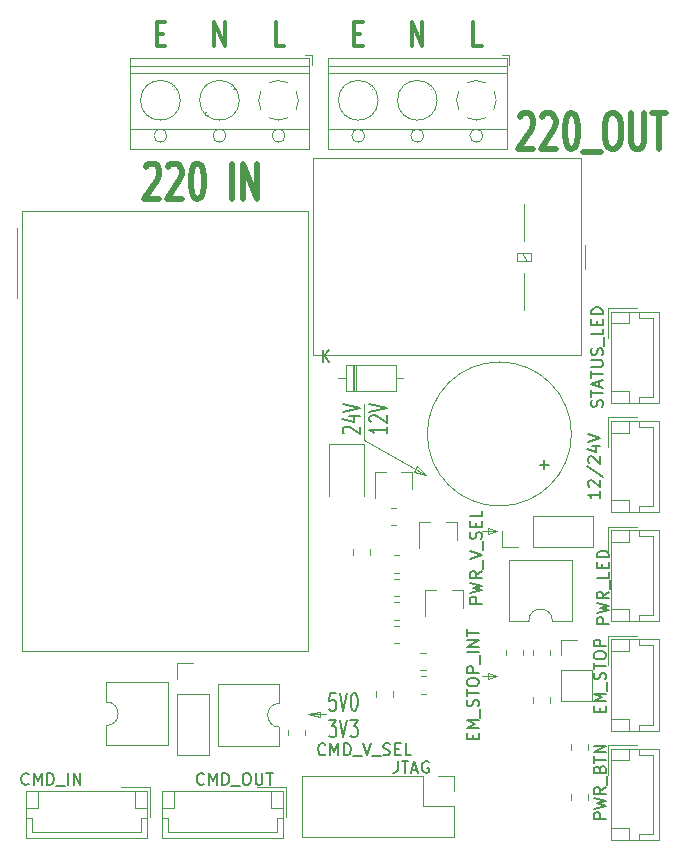
<source format=gto>
G04 #@! TF.GenerationSoftware,KiCad,Pcbnew,(5.1.6)-1*
G04 #@! TF.CreationDate,2021-05-04T19:23:38+03:00*
G04 #@! TF.ProjectId,APC,4150432e-6b69-4636-9164-5f7063625858,rev?*
G04 #@! TF.SameCoordinates,Original*
G04 #@! TF.FileFunction,Legend,Top*
G04 #@! TF.FilePolarity,Positive*
%FSLAX46Y46*%
G04 Gerber Fmt 4.6, Leading zero omitted, Abs format (unit mm)*
G04 Created by KiCad (PCBNEW (5.1.6)-1) date 2021-05-04 19:23:38*
%MOMM*%
%LPD*%
G01*
G04 APERTURE LIST*
%ADD10C,0.120000*%
%ADD11C,0.300000*%
%ADD12C,0.150000*%
%ADD13C,0.500000*%
%ADD14O,1.700000X1.700000*%
%ADD15R,1.700000X1.700000*%
%ADD16O,1.800000X1.800000*%
%ADD17R,1.800000X1.800000*%
%ADD18O,2.100000X1.800000*%
%ADD19C,2.400000*%
%ADD20R,2.400000X2.100000*%
%ADD21R,0.900000X1.000000*%
%ADD22O,2.600000X2.600000*%
%ADD23R,2.600000X2.600000*%
%ADD24C,2.600000*%
%ADD25O,1.800000X2.050000*%
%ADD26C,2.100000*%
%ADD27R,2.100000X2.100000*%
G04 APERTURE END LIST*
D10*
X114250000Y-88750000D02*
X113250000Y-89000000D01*
X114250000Y-89250000D02*
X114250000Y-88750000D01*
X113250000Y-89000000D02*
X114250000Y-89250000D01*
X114750000Y-89000000D02*
X113250000Y-89000000D01*
X122250000Y-68500000D02*
X123250000Y-68750000D01*
X122500000Y-68000000D02*
X122250000Y-68500000D01*
X123250000Y-68750000D02*
X122500000Y-68000000D01*
X118000000Y-65750000D02*
X123250000Y-68750000D01*
X118000000Y-62750000D02*
X118000000Y-65750000D01*
D11*
X127964285Y-32404761D02*
X127250000Y-32404761D01*
X127250000Y-30404761D01*
X122071428Y-32404761D02*
X122071428Y-30404761D01*
X122928571Y-32404761D01*
X122928571Y-30404761D01*
X117178571Y-31357142D02*
X117678571Y-31357142D01*
X117892857Y-32404761D02*
X117178571Y-32404761D01*
X117178571Y-30404761D01*
X117892857Y-30404761D01*
X100428571Y-31357142D02*
X100928571Y-31357142D01*
X101142857Y-32404761D02*
X100428571Y-32404761D01*
X100428571Y-30404761D01*
X101142857Y-30404761D01*
X105321428Y-32404761D02*
X105321428Y-30404761D01*
X106178571Y-32404761D01*
X106178571Y-30404761D01*
X111214285Y-32404761D02*
X110500000Y-32404761D01*
X110500000Y-30404761D01*
D12*
X119928571Y-64619047D02*
X119928571Y-65190476D01*
X119928571Y-64904761D02*
X118428571Y-64904761D01*
X118642857Y-65000000D01*
X118785714Y-65095238D01*
X118857142Y-65190476D01*
X118571428Y-64238095D02*
X118500000Y-64190476D01*
X118428571Y-64095238D01*
X118428571Y-63857142D01*
X118500000Y-63761904D01*
X118571428Y-63714285D01*
X118714285Y-63666666D01*
X118857142Y-63666666D01*
X119071428Y-63714285D01*
X119928571Y-64285714D01*
X119928571Y-63666666D01*
X118428571Y-63380952D02*
X119928571Y-63047619D01*
X118428571Y-62714285D01*
X116321428Y-65190476D02*
X116250000Y-65142857D01*
X116178571Y-65047619D01*
X116178571Y-64809523D01*
X116250000Y-64714285D01*
X116321428Y-64666666D01*
X116464285Y-64619047D01*
X116607142Y-64619047D01*
X116821428Y-64666666D01*
X117678571Y-65238095D01*
X117678571Y-64619047D01*
X116678571Y-63761904D02*
X117678571Y-63761904D01*
X116107142Y-64000000D02*
X117178571Y-64238095D01*
X117178571Y-63619047D01*
X116178571Y-63380952D02*
X117678571Y-63047619D01*
X116178571Y-62714285D01*
D10*
X128500000Y-73750000D02*
X129250000Y-73500000D01*
X128500000Y-73250000D02*
X128500000Y-73750000D01*
X129250000Y-73500000D02*
X128500000Y-73250000D01*
X128000000Y-73500000D02*
X129250000Y-73500000D01*
X128500000Y-86000000D02*
X129250000Y-85750000D01*
X128500000Y-85500000D02*
X128500000Y-86000000D01*
X129250000Y-85750000D02*
X128500000Y-85500000D01*
X129250000Y-85750000D02*
X128000000Y-85750000D01*
D12*
X115011904Y-89428571D02*
X115630952Y-89428571D01*
X115297619Y-90000000D01*
X115440476Y-90000000D01*
X115535714Y-90071428D01*
X115583333Y-90142857D01*
X115630952Y-90285714D01*
X115630952Y-90642857D01*
X115583333Y-90785714D01*
X115535714Y-90857142D01*
X115440476Y-90928571D01*
X115154761Y-90928571D01*
X115059523Y-90857142D01*
X115011904Y-90785714D01*
X115916666Y-89428571D02*
X116250000Y-90928571D01*
X116583333Y-89428571D01*
X116821428Y-89428571D02*
X117440476Y-89428571D01*
X117107142Y-90000000D01*
X117250000Y-90000000D01*
X117345238Y-90071428D01*
X117392857Y-90142857D01*
X117440476Y-90285714D01*
X117440476Y-90642857D01*
X117392857Y-90785714D01*
X117345238Y-90857142D01*
X117250000Y-90928571D01*
X116964285Y-90928571D01*
X116869047Y-90857142D01*
X116821428Y-90785714D01*
X115583333Y-87178571D02*
X115107142Y-87178571D01*
X115059523Y-87892857D01*
X115107142Y-87821428D01*
X115202380Y-87750000D01*
X115440476Y-87750000D01*
X115535714Y-87821428D01*
X115583333Y-87892857D01*
X115630952Y-88035714D01*
X115630952Y-88392857D01*
X115583333Y-88535714D01*
X115535714Y-88607142D01*
X115440476Y-88678571D01*
X115202380Y-88678571D01*
X115107142Y-88607142D01*
X115059523Y-88535714D01*
X115916666Y-87178571D02*
X116250000Y-88678571D01*
X116583333Y-87178571D01*
X117107142Y-87178571D02*
X117202380Y-87178571D01*
X117297619Y-87250000D01*
X117345238Y-87321428D01*
X117392857Y-87464285D01*
X117440476Y-87750000D01*
X117440476Y-88107142D01*
X117392857Y-88392857D01*
X117345238Y-88535714D01*
X117297619Y-88607142D01*
X117202380Y-88678571D01*
X117107142Y-88678571D01*
X117011904Y-88607142D01*
X116964285Y-88535714D01*
X116916666Y-88392857D01*
X116869047Y-88107142D01*
X116869047Y-87750000D01*
X116916666Y-87464285D01*
X116964285Y-87321428D01*
X117011904Y-87250000D01*
X117107142Y-87178571D01*
D10*
X110830000Y-91710000D02*
X110830000Y-90060000D01*
X105630000Y-91710000D02*
X110830000Y-91710000D01*
X105630000Y-86410000D02*
X105630000Y-91710000D01*
X110830000Y-86410000D02*
X105630000Y-86410000D01*
X110830000Y-88060000D02*
X110830000Y-86410000D01*
X110830000Y-90060000D02*
G75*
G02*
X110830000Y-88060000I0J1000000D01*
G01*
X125580000Y-94170000D02*
X125580000Y-95500000D01*
X124250000Y-94170000D02*
X125580000Y-94170000D01*
X125580000Y-96770000D02*
X125580000Y-99370000D01*
X122980000Y-96770000D02*
X125580000Y-96770000D01*
X122980000Y-94170000D02*
X122980000Y-96770000D01*
X125580000Y-99370000D02*
X112760000Y-99370000D01*
X122980000Y-94170000D02*
X112760000Y-94170000D01*
X112760000Y-94170000D02*
X112760000Y-99370000D01*
X136960000Y-96261252D02*
X136960000Y-95738748D01*
X135540000Y-96261252D02*
X135540000Y-95738748D01*
X133710000Y-88011252D02*
X133710000Y-87488748D01*
X132290000Y-88011252D02*
X132290000Y-87488748D01*
X119040000Y-86988748D02*
X119040000Y-87511252D01*
X120460000Y-86988748D02*
X120460000Y-87511252D01*
X123261252Y-83790000D02*
X122738748Y-83790000D01*
X123261252Y-85210000D02*
X122738748Y-85210000D01*
X117040000Y-59380000D02*
X117040000Y-61620000D01*
X117280000Y-59380000D02*
X117280000Y-61620000D01*
X117160000Y-59380000D02*
X117160000Y-61620000D01*
X121330000Y-60500000D02*
X120680000Y-60500000D01*
X115790000Y-60500000D02*
X116440000Y-60500000D01*
X120680000Y-59380000D02*
X116440000Y-59380000D01*
X120680000Y-61620000D02*
X120680000Y-59380000D01*
X116440000Y-61620000D02*
X120680000Y-61620000D01*
X116440000Y-59380000D02*
X116440000Y-61620000D01*
X134670000Y-82670000D02*
X136000000Y-82670000D01*
X134670000Y-84000000D02*
X134670000Y-82670000D01*
X134670000Y-85270000D02*
X137330000Y-85270000D01*
X137330000Y-85270000D02*
X137330000Y-87870000D01*
X134670000Y-85270000D02*
X134670000Y-87870000D01*
X134670000Y-87870000D02*
X137330000Y-87870000D01*
X138640000Y-73090000D02*
X138640000Y-75590000D01*
X141140000Y-73090000D02*
X138640000Y-73090000D01*
X140440000Y-80110000D02*
X138940000Y-80110000D01*
X140440000Y-81110000D02*
X140440000Y-80110000D01*
X140440000Y-74390000D02*
X138940000Y-74390000D01*
X140440000Y-73390000D02*
X140440000Y-74390000D01*
X141250000Y-80610000D02*
X141250000Y-81110000D01*
X142460000Y-80610000D02*
X141250000Y-80610000D01*
X142460000Y-73890000D02*
X142460000Y-80610000D01*
X141250000Y-73890000D02*
X142460000Y-73890000D01*
X141250000Y-73390000D02*
X141250000Y-73890000D01*
X142960000Y-81110000D02*
X142960000Y-73390000D01*
X138940000Y-81110000D02*
X142960000Y-81110000D01*
X138940000Y-73390000D02*
X138940000Y-81110000D01*
X142960000Y-73390000D02*
X138940000Y-73390000D01*
X88610000Y-47770000D02*
X88610000Y-53770000D01*
X113230000Y-46390000D02*
X113230000Y-83630000D01*
X88990000Y-46390000D02*
X88990000Y-83630000D01*
X88990000Y-83630000D02*
X113230000Y-83630000D01*
X113230000Y-46390000D02*
X88990000Y-46390000D01*
X130290000Y-81080000D02*
X131940000Y-81080000D01*
X130290000Y-75880000D02*
X130290000Y-81080000D01*
X135590000Y-75880000D02*
X130290000Y-75880000D01*
X135590000Y-81080000D02*
X135590000Y-75880000D01*
X133940000Y-81080000D02*
X135590000Y-81080000D01*
X131940000Y-81080000D02*
G75*
G02*
X133940000Y-81080000I1000000J0D01*
G01*
X96170000Y-86290000D02*
X96170000Y-87940000D01*
X101370000Y-86290000D02*
X96170000Y-86290000D01*
X101370000Y-91590000D02*
X101370000Y-86290000D01*
X96170000Y-91590000D02*
X101370000Y-91590000D01*
X96170000Y-89940000D02*
X96170000Y-91590000D01*
X96170000Y-87940000D02*
G75*
G02*
X96170000Y-89940000I0J-1000000D01*
G01*
X111515000Y-90272936D02*
X111515000Y-90727064D01*
X112985000Y-90272936D02*
X112985000Y-90727064D01*
X131485000Y-83977064D02*
X131485000Y-83522936D01*
X130015000Y-83977064D02*
X130015000Y-83522936D01*
X136985000Y-91977064D02*
X136985000Y-91522936D01*
X135515000Y-91977064D02*
X135515000Y-91522936D01*
X133735000Y-83977064D02*
X133735000Y-83522936D01*
X132265000Y-83977064D02*
X132265000Y-83522936D01*
X120522936Y-80985000D02*
X120977064Y-80985000D01*
X120522936Y-79515000D02*
X120977064Y-79515000D01*
X120727064Y-71515000D02*
X120272936Y-71515000D01*
X120727064Y-72985000D02*
X120272936Y-72985000D01*
X120977064Y-81515000D02*
X120522936Y-81515000D01*
X120977064Y-82985000D02*
X120522936Y-82985000D01*
X117015000Y-75022936D02*
X117015000Y-75477064D01*
X118485000Y-75022936D02*
X118485000Y-75477064D01*
X120522936Y-76985000D02*
X120977064Y-76985000D01*
X120522936Y-75515000D02*
X120977064Y-75515000D01*
X120977064Y-77515000D02*
X120522936Y-77515000D01*
X120977064Y-78985000D02*
X120522936Y-78985000D01*
X122772936Y-87235000D02*
X123227064Y-87235000D01*
X122772936Y-85765000D02*
X123227064Y-85765000D01*
X126330000Y-78490000D02*
X126330000Y-79950000D01*
X123170000Y-78490000D02*
X123170000Y-80650000D01*
X123170000Y-78490000D02*
X124100000Y-78490000D01*
X126330000Y-78490000D02*
X125400000Y-78490000D01*
X122080000Y-68490000D02*
X122080000Y-69950000D01*
X118920000Y-68490000D02*
X118920000Y-70650000D01*
X118920000Y-68490000D02*
X119850000Y-68490000D01*
X122080000Y-68490000D02*
X121150000Y-68490000D01*
X125830000Y-72740000D02*
X125830000Y-74200000D01*
X122670000Y-72740000D02*
X122670000Y-74900000D01*
X122670000Y-72740000D02*
X123600000Y-72740000D01*
X125830000Y-72740000D02*
X124900000Y-72740000D01*
X131550000Y-51600000D02*
X131550000Y-54750000D01*
X131550000Y-45750000D02*
X131550000Y-48900000D01*
X136660000Y-49250000D02*
X136660000Y-51250000D01*
X130950000Y-49900000D02*
X130950000Y-50600000D01*
X132150000Y-49900000D02*
X130950000Y-49900000D01*
X132150000Y-50600000D02*
X132150000Y-49900000D01*
X130950000Y-50600000D02*
X132150000Y-50600000D01*
X131350000Y-49900000D02*
X131750000Y-50600000D01*
X113700000Y-41900000D02*
X113700000Y-58600000D01*
X136400000Y-41900000D02*
X113700000Y-41900000D01*
X136400000Y-58600000D02*
X136400000Y-41900000D01*
X113700000Y-58600000D02*
X136400000Y-58600000D01*
X130300000Y-33200000D02*
X129700000Y-33200000D01*
X130300000Y-34040000D02*
X130300000Y-33200000D01*
X118680000Y-36024000D02*
X118774000Y-35931000D01*
X116430000Y-38275000D02*
X116489000Y-38216000D01*
X118510000Y-35784000D02*
X118569000Y-35726000D01*
X116225000Y-38069000D02*
X116319000Y-37976000D01*
X123680000Y-36024000D02*
X123774000Y-35931000D01*
X121430000Y-38275000D02*
X121489000Y-38216000D01*
X123510000Y-35784000D02*
X123569000Y-35726000D01*
X121225000Y-38069000D02*
X121319000Y-37976000D01*
X114940000Y-41160000D02*
X114940000Y-33439000D01*
X130060000Y-41160000D02*
X130060000Y-33439000D01*
X130060000Y-33439000D02*
X114940000Y-33439000D01*
X130060000Y-41160000D02*
X114940000Y-41160000D01*
X130060000Y-39400000D02*
X114940000Y-39400000D01*
X130060000Y-34700000D02*
X114940000Y-34700000D01*
X130060000Y-34100000D02*
X114940000Y-34100000D01*
X118050000Y-40000000D02*
G75*
G03*
X118050000Y-40000000I-550000J0D01*
G01*
X119180000Y-37000000D02*
G75*
G03*
X119180000Y-37000000I-1680000J0D01*
G01*
X123050000Y-40000000D02*
G75*
G03*
X123050000Y-40000000I-550000J0D01*
G01*
X124180000Y-37000000D02*
G75*
G03*
X124180000Y-37000000I-1680000J0D01*
G01*
X128050000Y-40000000D02*
G75*
G03*
X128050000Y-40000000I-550000J0D01*
G01*
X127470617Y-35319550D02*
G75*
G02*
X128289000Y-35516000I29383J-1680450D01*
G01*
X128983953Y-36210912D02*
G75*
G02*
X128984000Y-37789000I-1483953J-789088D01*
G01*
X128289088Y-38483953D02*
G75*
G02*
X126711000Y-38484000I-789088J1483953D01*
G01*
X126016047Y-37789088D02*
G75*
G02*
X126016000Y-36211000I1483953J789088D01*
G01*
X126711288Y-35516648D02*
G75*
G02*
X127500000Y-35320000I788712J-1483352D01*
G01*
X138640000Y-63840000D02*
X138640000Y-66340000D01*
X141140000Y-63840000D02*
X138640000Y-63840000D01*
X140440000Y-70860000D02*
X138940000Y-70860000D01*
X140440000Y-71860000D02*
X140440000Y-70860000D01*
X140440000Y-65140000D02*
X138940000Y-65140000D01*
X140440000Y-64140000D02*
X140440000Y-65140000D01*
X141250000Y-71360000D02*
X141250000Y-71860000D01*
X142460000Y-71360000D02*
X141250000Y-71360000D01*
X142460000Y-64640000D02*
X142460000Y-71360000D01*
X141250000Y-64640000D02*
X142460000Y-64640000D01*
X141250000Y-64140000D02*
X141250000Y-64640000D01*
X142960000Y-71860000D02*
X142960000Y-64140000D01*
X138940000Y-71860000D02*
X142960000Y-71860000D01*
X138940000Y-64140000D02*
X138940000Y-71860000D01*
X142960000Y-64140000D02*
X138940000Y-64140000D01*
X129670000Y-74830000D02*
X129670000Y-73500000D01*
X131000000Y-74830000D02*
X129670000Y-74830000D01*
X132270000Y-74830000D02*
X132270000Y-72170000D01*
X132270000Y-72170000D02*
X137410000Y-72170000D01*
X132270000Y-74830000D02*
X137410000Y-74830000D01*
X137410000Y-74830000D02*
X137410000Y-72170000D01*
X99910000Y-95140000D02*
X97410000Y-95140000D01*
X99910000Y-97640000D02*
X99910000Y-95140000D01*
X90390000Y-96940000D02*
X90390000Y-95440000D01*
X89390000Y-96940000D02*
X90390000Y-96940000D01*
X98610000Y-96940000D02*
X98610000Y-95440000D01*
X99610000Y-96940000D02*
X98610000Y-96940000D01*
X89890000Y-97750000D02*
X89390000Y-97750000D01*
X89890000Y-98960000D02*
X89890000Y-97750000D01*
X99110000Y-98960000D02*
X89890000Y-98960000D01*
X99110000Y-97750000D02*
X99110000Y-98960000D01*
X99610000Y-97750000D02*
X99110000Y-97750000D01*
X89390000Y-99460000D02*
X99610000Y-99460000D01*
X89390000Y-95440000D02*
X89390000Y-99460000D01*
X99610000Y-95440000D02*
X89390000Y-95440000D01*
X99610000Y-99460000D02*
X99610000Y-95440000D01*
X102170000Y-84670000D02*
X103500000Y-84670000D01*
X102170000Y-86000000D02*
X102170000Y-84670000D01*
X102170000Y-87270000D02*
X104830000Y-87270000D01*
X104830000Y-87270000D02*
X104830000Y-92410000D01*
X102170000Y-87270000D02*
X102170000Y-92410000D01*
X102170000Y-92410000D02*
X104830000Y-92410000D01*
X111410000Y-95140000D02*
X108910000Y-95140000D01*
X111410000Y-97640000D02*
X111410000Y-95140000D01*
X101890000Y-96940000D02*
X101890000Y-95440000D01*
X100890000Y-96940000D02*
X101890000Y-96940000D01*
X110110000Y-96940000D02*
X110110000Y-95440000D01*
X111110000Y-96940000D02*
X110110000Y-96940000D01*
X101390000Y-97750000D02*
X100890000Y-97750000D01*
X101390000Y-98960000D02*
X101390000Y-97750000D01*
X110610000Y-98960000D02*
X101390000Y-98960000D01*
X110610000Y-97750000D02*
X110610000Y-98960000D01*
X111110000Y-97750000D02*
X110610000Y-97750000D01*
X100890000Y-99460000D02*
X111110000Y-99460000D01*
X100890000Y-95440000D02*
X100890000Y-99460000D01*
X111110000Y-95440000D02*
X100890000Y-95440000D01*
X111110000Y-99460000D02*
X111110000Y-95440000D01*
X113550000Y-33200000D02*
X112950000Y-33200000D01*
X113550000Y-34040000D02*
X113550000Y-33200000D01*
X101930000Y-36024000D02*
X102024000Y-35931000D01*
X99680000Y-38275000D02*
X99739000Y-38216000D01*
X101760000Y-35784000D02*
X101819000Y-35726000D01*
X99475000Y-38069000D02*
X99569000Y-37976000D01*
X106930000Y-36024000D02*
X107024000Y-35931000D01*
X104680000Y-38275000D02*
X104739000Y-38216000D01*
X106760000Y-35784000D02*
X106819000Y-35726000D01*
X104475000Y-38069000D02*
X104569000Y-37976000D01*
X98190000Y-41160000D02*
X98190000Y-33439000D01*
X113310000Y-41160000D02*
X113310000Y-33439000D01*
X113310000Y-33439000D02*
X98190000Y-33439000D01*
X113310000Y-41160000D02*
X98190000Y-41160000D01*
X113310000Y-39400000D02*
X98190000Y-39400000D01*
X113310000Y-34700000D02*
X98190000Y-34700000D01*
X113310000Y-34100000D02*
X98190000Y-34100000D01*
X101300000Y-40000000D02*
G75*
G03*
X101300000Y-40000000I-550000J0D01*
G01*
X102430000Y-37000000D02*
G75*
G03*
X102430000Y-37000000I-1680000J0D01*
G01*
X106300000Y-40000000D02*
G75*
G03*
X106300000Y-40000000I-550000J0D01*
G01*
X107430000Y-37000000D02*
G75*
G03*
X107430000Y-37000000I-1680000J0D01*
G01*
X111300000Y-40000000D02*
G75*
G03*
X111300000Y-40000000I-550000J0D01*
G01*
X110720617Y-35319550D02*
G75*
G02*
X111539000Y-35516000I29383J-1680450D01*
G01*
X112233953Y-36210912D02*
G75*
G02*
X112234000Y-37789000I-1483953J-789088D01*
G01*
X111539088Y-38483953D02*
G75*
G02*
X109961000Y-38484000I-789088J1483953D01*
G01*
X109266047Y-37789088D02*
G75*
G02*
X109266000Y-36211000I1483953J789088D01*
G01*
X109961288Y-35516648D02*
G75*
G02*
X110750000Y-35320000I788712J-1483352D01*
G01*
X138640000Y-91590000D02*
X138640000Y-94090000D01*
X141140000Y-91590000D02*
X138640000Y-91590000D01*
X140440000Y-98610000D02*
X138940000Y-98610000D01*
X140440000Y-99610000D02*
X140440000Y-98610000D01*
X140440000Y-92890000D02*
X138940000Y-92890000D01*
X140440000Y-91890000D02*
X140440000Y-92890000D01*
X141250000Y-99110000D02*
X141250000Y-99610000D01*
X142460000Y-99110000D02*
X141250000Y-99110000D01*
X142460000Y-92390000D02*
X142460000Y-99110000D01*
X141250000Y-92390000D02*
X142460000Y-92390000D01*
X141250000Y-91890000D02*
X141250000Y-92390000D01*
X142960000Y-99610000D02*
X142960000Y-91890000D01*
X138940000Y-99610000D02*
X142960000Y-99610000D01*
X138940000Y-91890000D02*
X138940000Y-99610000D01*
X142960000Y-91890000D02*
X138940000Y-91890000D01*
X138640000Y-82340000D02*
X138640000Y-84840000D01*
X141140000Y-82340000D02*
X138640000Y-82340000D01*
X140440000Y-89360000D02*
X138940000Y-89360000D01*
X140440000Y-90360000D02*
X140440000Y-89360000D01*
X140440000Y-83640000D02*
X138940000Y-83640000D01*
X140440000Y-82640000D02*
X140440000Y-83640000D01*
X141250000Y-89860000D02*
X141250000Y-90360000D01*
X142460000Y-89860000D02*
X141250000Y-89860000D01*
X142460000Y-83140000D02*
X142460000Y-89860000D01*
X141250000Y-83140000D02*
X142460000Y-83140000D01*
X141250000Y-82640000D02*
X141250000Y-83140000D01*
X142960000Y-90360000D02*
X142960000Y-82640000D01*
X138940000Y-90360000D02*
X142960000Y-90360000D01*
X138940000Y-82640000D02*
X138940000Y-90360000D01*
X142960000Y-82640000D02*
X138940000Y-82640000D01*
X138640000Y-54590000D02*
X138640000Y-57090000D01*
X141140000Y-54590000D02*
X138640000Y-54590000D01*
X140440000Y-61610000D02*
X138940000Y-61610000D01*
X140440000Y-62610000D02*
X140440000Y-61610000D01*
X140440000Y-55890000D02*
X138940000Y-55890000D01*
X140440000Y-54890000D02*
X140440000Y-55890000D01*
X141250000Y-62110000D02*
X141250000Y-62610000D01*
X142460000Y-62110000D02*
X141250000Y-62110000D01*
X142460000Y-55390000D02*
X142460000Y-62110000D01*
X141250000Y-55390000D02*
X142460000Y-55390000D01*
X141250000Y-54890000D02*
X141250000Y-55390000D01*
X142960000Y-62610000D02*
X142960000Y-54890000D01*
X138940000Y-62610000D02*
X142960000Y-62610000D01*
X138940000Y-54890000D02*
X138940000Y-62610000D01*
X142960000Y-54890000D02*
X138940000Y-54890000D01*
X114990000Y-66115000D02*
X114990000Y-70500000D01*
X118010000Y-66115000D02*
X114990000Y-66115000D01*
X118010000Y-70500000D02*
X118010000Y-66115000D01*
X135550000Y-65250000D02*
G75*
G03*
X135550000Y-65250000I-6100000J0D01*
G01*
D12*
X120833333Y-92952380D02*
X120833333Y-93666666D01*
X120785714Y-93809523D01*
X120690476Y-93904761D01*
X120547619Y-93952380D01*
X120452380Y-93952380D01*
X121166666Y-92952380D02*
X121738095Y-92952380D01*
X121452380Y-93952380D02*
X121452380Y-92952380D01*
X122023809Y-93666666D02*
X122500000Y-93666666D01*
X121928571Y-93952380D02*
X122261904Y-92952380D01*
X122595238Y-93952380D01*
X123452380Y-93000000D02*
X123357142Y-92952380D01*
X123214285Y-92952380D01*
X123071428Y-93000000D01*
X122976190Y-93095238D01*
X122928571Y-93190476D01*
X122880952Y-93380952D01*
X122880952Y-93523809D01*
X122928571Y-93714285D01*
X122976190Y-93809523D01*
X123071428Y-93904761D01*
X123214285Y-93952380D01*
X123309523Y-93952380D01*
X123452380Y-93904761D01*
X123500000Y-93857142D01*
X123500000Y-93523809D01*
X123309523Y-93523809D01*
X114488095Y-59152380D02*
X114488095Y-58152380D01*
X115059523Y-59152380D02*
X114630952Y-58580952D01*
X115059523Y-58152380D02*
X114488095Y-58723809D01*
X127178571Y-91071428D02*
X127178571Y-90738095D01*
X127702380Y-90595238D02*
X127702380Y-91071428D01*
X126702380Y-91071428D01*
X126702380Y-90595238D01*
X127702380Y-90166666D02*
X126702380Y-90166666D01*
X127416666Y-89833333D01*
X126702380Y-89500000D01*
X127702380Y-89500000D01*
X127797619Y-89261904D02*
X127797619Y-88500000D01*
X127654761Y-88309523D02*
X127702380Y-88166666D01*
X127702380Y-87928571D01*
X127654761Y-87833333D01*
X127607142Y-87785714D01*
X127511904Y-87738095D01*
X127416666Y-87738095D01*
X127321428Y-87785714D01*
X127273809Y-87833333D01*
X127226190Y-87928571D01*
X127178571Y-88119047D01*
X127130952Y-88214285D01*
X127083333Y-88261904D01*
X126988095Y-88309523D01*
X126892857Y-88309523D01*
X126797619Y-88261904D01*
X126750000Y-88214285D01*
X126702380Y-88119047D01*
X126702380Y-87880952D01*
X126750000Y-87738095D01*
X126702380Y-87452380D02*
X126702380Y-86880952D01*
X127702380Y-87166666D02*
X126702380Y-87166666D01*
X126702380Y-86357142D02*
X126702380Y-86166666D01*
X126750000Y-86071428D01*
X126845238Y-85976190D01*
X127035714Y-85928571D01*
X127369047Y-85928571D01*
X127559523Y-85976190D01*
X127654761Y-86071428D01*
X127702380Y-86166666D01*
X127702380Y-86357142D01*
X127654761Y-86452380D01*
X127559523Y-86547619D01*
X127369047Y-86595238D01*
X127035714Y-86595238D01*
X126845238Y-86547619D01*
X126750000Y-86452380D01*
X126702380Y-86357142D01*
X127702380Y-85500000D02*
X126702380Y-85500000D01*
X126702380Y-85119047D01*
X126750000Y-85023809D01*
X126797619Y-84976190D01*
X126892857Y-84928571D01*
X127035714Y-84928571D01*
X127130952Y-84976190D01*
X127178571Y-85023809D01*
X127226190Y-85119047D01*
X127226190Y-85500000D01*
X127797619Y-84738095D02*
X127797619Y-83976190D01*
X127702380Y-83738095D02*
X126702380Y-83738095D01*
X127702380Y-83261904D02*
X126702380Y-83261904D01*
X127702380Y-82690476D01*
X126702380Y-82690476D01*
X126702380Y-82357142D02*
X126702380Y-81785714D01*
X127702380Y-82071428D02*
X126702380Y-82071428D01*
X138702380Y-81321428D02*
X137702380Y-81321428D01*
X137702380Y-80940476D01*
X137750000Y-80845238D01*
X137797619Y-80797619D01*
X137892857Y-80750000D01*
X138035714Y-80750000D01*
X138130952Y-80797619D01*
X138178571Y-80845238D01*
X138226190Y-80940476D01*
X138226190Y-81321428D01*
X137702380Y-80416666D02*
X138702380Y-80178571D01*
X137988095Y-79988095D01*
X138702380Y-79797619D01*
X137702380Y-79559523D01*
X138702380Y-78607142D02*
X138226190Y-78940476D01*
X138702380Y-79178571D02*
X137702380Y-79178571D01*
X137702380Y-78797619D01*
X137750000Y-78702380D01*
X137797619Y-78654761D01*
X137892857Y-78607142D01*
X138035714Y-78607142D01*
X138130952Y-78654761D01*
X138178571Y-78702380D01*
X138226190Y-78797619D01*
X138226190Y-79178571D01*
X138797619Y-78416666D02*
X138797619Y-77654761D01*
X138702380Y-76940476D02*
X138702380Y-77416666D01*
X137702380Y-77416666D01*
X138178571Y-76607142D02*
X138178571Y-76273809D01*
X138702380Y-76130952D02*
X138702380Y-76607142D01*
X137702380Y-76607142D01*
X137702380Y-76130952D01*
X138702380Y-75702380D02*
X137702380Y-75702380D01*
X137702380Y-75464285D01*
X137750000Y-75321428D01*
X137845238Y-75226190D01*
X137940476Y-75178571D01*
X138130952Y-75130952D01*
X138273809Y-75130952D01*
X138464285Y-75178571D01*
X138559523Y-75226190D01*
X138654761Y-75321428D01*
X138702380Y-75464285D01*
X138702380Y-75702380D01*
D13*
X131154761Y-38392857D02*
X131250000Y-38250000D01*
X131440476Y-38107142D01*
X131916666Y-38107142D01*
X132107142Y-38250000D01*
X132202380Y-38392857D01*
X132297619Y-38678571D01*
X132297619Y-38964285D01*
X132202380Y-39392857D01*
X131059523Y-41107142D01*
X132297619Y-41107142D01*
X133059523Y-38392857D02*
X133154761Y-38250000D01*
X133345238Y-38107142D01*
X133821428Y-38107142D01*
X134011904Y-38250000D01*
X134107142Y-38392857D01*
X134202380Y-38678571D01*
X134202380Y-38964285D01*
X134107142Y-39392857D01*
X132964285Y-41107142D01*
X134202380Y-41107142D01*
X135440476Y-38107142D02*
X135630952Y-38107142D01*
X135821428Y-38250000D01*
X135916666Y-38392857D01*
X136011904Y-38678571D01*
X136107142Y-39250000D01*
X136107142Y-39964285D01*
X136011904Y-40535714D01*
X135916666Y-40821428D01*
X135821428Y-40964285D01*
X135630952Y-41107142D01*
X135440476Y-41107142D01*
X135250000Y-40964285D01*
X135154761Y-40821428D01*
X135059523Y-40535714D01*
X134964285Y-39964285D01*
X134964285Y-39250000D01*
X135059523Y-38678571D01*
X135154761Y-38392857D01*
X135250000Y-38250000D01*
X135440476Y-38107142D01*
X136488095Y-41392857D02*
X138011904Y-41392857D01*
X138869047Y-38107142D02*
X139250000Y-38107142D01*
X139440476Y-38250000D01*
X139630952Y-38535714D01*
X139726190Y-39107142D01*
X139726190Y-40107142D01*
X139630952Y-40678571D01*
X139440476Y-40964285D01*
X139250000Y-41107142D01*
X138869047Y-41107142D01*
X138678571Y-40964285D01*
X138488095Y-40678571D01*
X138392857Y-40107142D01*
X138392857Y-39107142D01*
X138488095Y-38535714D01*
X138678571Y-38250000D01*
X138869047Y-38107142D01*
X140583333Y-38107142D02*
X140583333Y-40535714D01*
X140678571Y-40821428D01*
X140773809Y-40964285D01*
X140964285Y-41107142D01*
X141345238Y-41107142D01*
X141535714Y-40964285D01*
X141630952Y-40821428D01*
X141726190Y-40535714D01*
X141726190Y-38107142D01*
X142392857Y-38107142D02*
X143535714Y-38107142D01*
X142964285Y-41107142D02*
X142964285Y-38107142D01*
D12*
X137952380Y-70095238D02*
X137952380Y-70666666D01*
X137952380Y-70380952D02*
X136952380Y-70380952D01*
X137095238Y-70476190D01*
X137190476Y-70571428D01*
X137238095Y-70666666D01*
X137047619Y-69714285D02*
X137000000Y-69666666D01*
X136952380Y-69571428D01*
X136952380Y-69333333D01*
X137000000Y-69238095D01*
X137047619Y-69190476D01*
X137142857Y-69142857D01*
X137238095Y-69142857D01*
X137380952Y-69190476D01*
X137952380Y-69761904D01*
X137952380Y-69142857D01*
X136904761Y-68000000D02*
X138190476Y-68857142D01*
X137047619Y-67714285D02*
X137000000Y-67666666D01*
X136952380Y-67571428D01*
X136952380Y-67333333D01*
X137000000Y-67238095D01*
X137047619Y-67190476D01*
X137142857Y-67142857D01*
X137238095Y-67142857D01*
X137380952Y-67190476D01*
X137952380Y-67761904D01*
X137952380Y-67142857D01*
X137285714Y-66285714D02*
X137952380Y-66285714D01*
X136904761Y-66523809D02*
X137619047Y-66761904D01*
X137619047Y-66142857D01*
X136952380Y-65904761D02*
X137952380Y-65571428D01*
X136952380Y-65238095D01*
X127952380Y-79607142D02*
X126952380Y-79607142D01*
X126952380Y-79226190D01*
X127000000Y-79130952D01*
X127047619Y-79083333D01*
X127142857Y-79035714D01*
X127285714Y-79035714D01*
X127380952Y-79083333D01*
X127428571Y-79130952D01*
X127476190Y-79226190D01*
X127476190Y-79607142D01*
X126952380Y-78702380D02*
X127952380Y-78464285D01*
X127238095Y-78273809D01*
X127952380Y-78083333D01*
X126952380Y-77845238D01*
X127952380Y-76892857D02*
X127476190Y-77226190D01*
X127952380Y-77464285D02*
X126952380Y-77464285D01*
X126952380Y-77083333D01*
X127000000Y-76988095D01*
X127047619Y-76940476D01*
X127142857Y-76892857D01*
X127285714Y-76892857D01*
X127380952Y-76940476D01*
X127428571Y-76988095D01*
X127476190Y-77083333D01*
X127476190Y-77464285D01*
X128047619Y-76702380D02*
X128047619Y-75940476D01*
X126952380Y-75845238D02*
X127952380Y-75511904D01*
X126952380Y-75178571D01*
X128047619Y-75083333D02*
X128047619Y-74321428D01*
X127904761Y-74130952D02*
X127952380Y-73988095D01*
X127952380Y-73750000D01*
X127904761Y-73654761D01*
X127857142Y-73607142D01*
X127761904Y-73559523D01*
X127666666Y-73559523D01*
X127571428Y-73607142D01*
X127523809Y-73654761D01*
X127476190Y-73750000D01*
X127428571Y-73940476D01*
X127380952Y-74035714D01*
X127333333Y-74083333D01*
X127238095Y-74130952D01*
X127142857Y-74130952D01*
X127047619Y-74083333D01*
X127000000Y-74035714D01*
X126952380Y-73940476D01*
X126952380Y-73702380D01*
X127000000Y-73559523D01*
X127428571Y-73130952D02*
X127428571Y-72797619D01*
X127952380Y-72654761D02*
X127952380Y-73130952D01*
X126952380Y-73130952D01*
X126952380Y-72654761D01*
X127952380Y-71750000D02*
X127952380Y-72226190D01*
X126952380Y-72226190D01*
X89595238Y-94857142D02*
X89547619Y-94904761D01*
X89404761Y-94952380D01*
X89309523Y-94952380D01*
X89166666Y-94904761D01*
X89071428Y-94809523D01*
X89023809Y-94714285D01*
X88976190Y-94523809D01*
X88976190Y-94380952D01*
X89023809Y-94190476D01*
X89071428Y-94095238D01*
X89166666Y-94000000D01*
X89309523Y-93952380D01*
X89404761Y-93952380D01*
X89547619Y-94000000D01*
X89595238Y-94047619D01*
X90023809Y-94952380D02*
X90023809Y-93952380D01*
X90357142Y-94666666D01*
X90690476Y-93952380D01*
X90690476Y-94952380D01*
X91166666Y-94952380D02*
X91166666Y-93952380D01*
X91404761Y-93952380D01*
X91547619Y-94000000D01*
X91642857Y-94095238D01*
X91690476Y-94190476D01*
X91738095Y-94380952D01*
X91738095Y-94523809D01*
X91690476Y-94714285D01*
X91642857Y-94809523D01*
X91547619Y-94904761D01*
X91404761Y-94952380D01*
X91166666Y-94952380D01*
X91928571Y-95047619D02*
X92690476Y-95047619D01*
X92928571Y-94952380D02*
X92928571Y-93952380D01*
X93404761Y-94952380D02*
X93404761Y-93952380D01*
X93976190Y-94952380D01*
X93976190Y-93952380D01*
X114714285Y-92357142D02*
X114666666Y-92404761D01*
X114523809Y-92452380D01*
X114428571Y-92452380D01*
X114285714Y-92404761D01*
X114190476Y-92309523D01*
X114142857Y-92214285D01*
X114095238Y-92023809D01*
X114095238Y-91880952D01*
X114142857Y-91690476D01*
X114190476Y-91595238D01*
X114285714Y-91500000D01*
X114428571Y-91452380D01*
X114523809Y-91452380D01*
X114666666Y-91500000D01*
X114714285Y-91547619D01*
X115142857Y-92452380D02*
X115142857Y-91452380D01*
X115476190Y-92166666D01*
X115809523Y-91452380D01*
X115809523Y-92452380D01*
X116285714Y-92452380D02*
X116285714Y-91452380D01*
X116523809Y-91452380D01*
X116666666Y-91500000D01*
X116761904Y-91595238D01*
X116809523Y-91690476D01*
X116857142Y-91880952D01*
X116857142Y-92023809D01*
X116809523Y-92214285D01*
X116761904Y-92309523D01*
X116666666Y-92404761D01*
X116523809Y-92452380D01*
X116285714Y-92452380D01*
X117047619Y-92547619D02*
X117809523Y-92547619D01*
X117904761Y-91452380D02*
X118238095Y-92452380D01*
X118571428Y-91452380D01*
X118666666Y-92547619D02*
X119428571Y-92547619D01*
X119619047Y-92404761D02*
X119761904Y-92452380D01*
X120000000Y-92452380D01*
X120095238Y-92404761D01*
X120142857Y-92357142D01*
X120190476Y-92261904D01*
X120190476Y-92166666D01*
X120142857Y-92071428D01*
X120095238Y-92023809D01*
X120000000Y-91976190D01*
X119809523Y-91928571D01*
X119714285Y-91880952D01*
X119666666Y-91833333D01*
X119619047Y-91738095D01*
X119619047Y-91642857D01*
X119666666Y-91547619D01*
X119714285Y-91500000D01*
X119809523Y-91452380D01*
X120047619Y-91452380D01*
X120190476Y-91500000D01*
X120619047Y-91928571D02*
X120952380Y-91928571D01*
X121095238Y-92452380D02*
X120619047Y-92452380D01*
X120619047Y-91452380D01*
X121095238Y-91452380D01*
X122000000Y-92452380D02*
X121523809Y-92452380D01*
X121523809Y-91452380D01*
X104428571Y-94857142D02*
X104380952Y-94904761D01*
X104238095Y-94952380D01*
X104142857Y-94952380D01*
X104000000Y-94904761D01*
X103904761Y-94809523D01*
X103857142Y-94714285D01*
X103809523Y-94523809D01*
X103809523Y-94380952D01*
X103857142Y-94190476D01*
X103904761Y-94095238D01*
X104000000Y-94000000D01*
X104142857Y-93952380D01*
X104238095Y-93952380D01*
X104380952Y-94000000D01*
X104428571Y-94047619D01*
X104857142Y-94952380D02*
X104857142Y-93952380D01*
X105190476Y-94666666D01*
X105523809Y-93952380D01*
X105523809Y-94952380D01*
X106000000Y-94952380D02*
X106000000Y-93952380D01*
X106238095Y-93952380D01*
X106380952Y-94000000D01*
X106476190Y-94095238D01*
X106523809Y-94190476D01*
X106571428Y-94380952D01*
X106571428Y-94523809D01*
X106523809Y-94714285D01*
X106476190Y-94809523D01*
X106380952Y-94904761D01*
X106238095Y-94952380D01*
X106000000Y-94952380D01*
X106761904Y-95047619D02*
X107523809Y-95047619D01*
X107952380Y-93952380D02*
X108142857Y-93952380D01*
X108238095Y-94000000D01*
X108333333Y-94095238D01*
X108380952Y-94285714D01*
X108380952Y-94619047D01*
X108333333Y-94809523D01*
X108238095Y-94904761D01*
X108142857Y-94952380D01*
X107952380Y-94952380D01*
X107857142Y-94904761D01*
X107761904Y-94809523D01*
X107714285Y-94619047D01*
X107714285Y-94285714D01*
X107761904Y-94095238D01*
X107857142Y-94000000D01*
X107952380Y-93952380D01*
X108809523Y-93952380D02*
X108809523Y-94761904D01*
X108857142Y-94857142D01*
X108904761Y-94904761D01*
X109000000Y-94952380D01*
X109190476Y-94952380D01*
X109285714Y-94904761D01*
X109333333Y-94857142D01*
X109380952Y-94761904D01*
X109380952Y-93952380D01*
X109714285Y-93952380D02*
X110285714Y-93952380D01*
X110000000Y-94952380D02*
X110000000Y-93952380D01*
D13*
X99488095Y-42642857D02*
X99583333Y-42500000D01*
X99773809Y-42357142D01*
X100250000Y-42357142D01*
X100440476Y-42500000D01*
X100535714Y-42642857D01*
X100630952Y-42928571D01*
X100630952Y-43214285D01*
X100535714Y-43642857D01*
X99392857Y-45357142D01*
X100630952Y-45357142D01*
X101392857Y-42642857D02*
X101488095Y-42500000D01*
X101678571Y-42357142D01*
X102154761Y-42357142D01*
X102345238Y-42500000D01*
X102440476Y-42642857D01*
X102535714Y-42928571D01*
X102535714Y-43214285D01*
X102440476Y-43642857D01*
X101297619Y-45357142D01*
X102535714Y-45357142D01*
X103773809Y-42357142D02*
X103964285Y-42357142D01*
X104154761Y-42500000D01*
X104250000Y-42642857D01*
X104345238Y-42928571D01*
X104440476Y-43500000D01*
X104440476Y-44214285D01*
X104345238Y-44785714D01*
X104250000Y-45071428D01*
X104154761Y-45214285D01*
X103964285Y-45357142D01*
X103773809Y-45357142D01*
X103583333Y-45214285D01*
X103488095Y-45071428D01*
X103392857Y-44785714D01*
X103297619Y-44214285D01*
X103297619Y-43500000D01*
X103392857Y-42928571D01*
X103488095Y-42642857D01*
X103583333Y-42500000D01*
X103773809Y-42357142D01*
X106821428Y-45357142D02*
X106821428Y-42357142D01*
X107773809Y-45357142D02*
X107773809Y-42357142D01*
X108916666Y-45357142D01*
X108916666Y-42357142D01*
D12*
X138452380Y-97869047D02*
X137452380Y-97869047D01*
X137452380Y-97488095D01*
X137500000Y-97392857D01*
X137547619Y-97345238D01*
X137642857Y-97297619D01*
X137785714Y-97297619D01*
X137880952Y-97345238D01*
X137928571Y-97392857D01*
X137976190Y-97488095D01*
X137976190Y-97869047D01*
X137452380Y-96964285D02*
X138452380Y-96726190D01*
X137738095Y-96535714D01*
X138452380Y-96345238D01*
X137452380Y-96107142D01*
X138452380Y-95154761D02*
X137976190Y-95488095D01*
X138452380Y-95726190D02*
X137452380Y-95726190D01*
X137452380Y-95345238D01*
X137500000Y-95250000D01*
X137547619Y-95202380D01*
X137642857Y-95154761D01*
X137785714Y-95154761D01*
X137880952Y-95202380D01*
X137928571Y-95250000D01*
X137976190Y-95345238D01*
X137976190Y-95726190D01*
X138547619Y-94964285D02*
X138547619Y-94202380D01*
X137928571Y-93630952D02*
X137976190Y-93488095D01*
X138023809Y-93440476D01*
X138119047Y-93392857D01*
X138261904Y-93392857D01*
X138357142Y-93440476D01*
X138404761Y-93488095D01*
X138452380Y-93583333D01*
X138452380Y-93964285D01*
X137452380Y-93964285D01*
X137452380Y-93630952D01*
X137500000Y-93535714D01*
X137547619Y-93488095D01*
X137642857Y-93440476D01*
X137738095Y-93440476D01*
X137833333Y-93488095D01*
X137880952Y-93535714D01*
X137928571Y-93630952D01*
X137928571Y-93964285D01*
X137452380Y-93107142D02*
X137452380Y-92535714D01*
X138452380Y-92821428D02*
X137452380Y-92821428D01*
X138452380Y-92202380D02*
X137452380Y-92202380D01*
X138452380Y-91630952D01*
X137452380Y-91630952D01*
X137928571Y-88797619D02*
X137928571Y-88464285D01*
X138452380Y-88321428D02*
X138452380Y-88797619D01*
X137452380Y-88797619D01*
X137452380Y-88321428D01*
X138452380Y-87892857D02*
X137452380Y-87892857D01*
X138166666Y-87559523D01*
X137452380Y-87226190D01*
X138452380Y-87226190D01*
X138547619Y-86988095D02*
X138547619Y-86226190D01*
X138404761Y-86035714D02*
X138452380Y-85892857D01*
X138452380Y-85654761D01*
X138404761Y-85559523D01*
X138357142Y-85511904D01*
X138261904Y-85464285D01*
X138166666Y-85464285D01*
X138071428Y-85511904D01*
X138023809Y-85559523D01*
X137976190Y-85654761D01*
X137928571Y-85845238D01*
X137880952Y-85940476D01*
X137833333Y-85988095D01*
X137738095Y-86035714D01*
X137642857Y-86035714D01*
X137547619Y-85988095D01*
X137500000Y-85940476D01*
X137452380Y-85845238D01*
X137452380Y-85607142D01*
X137500000Y-85464285D01*
X137452380Y-85178571D02*
X137452380Y-84607142D01*
X138452380Y-84892857D02*
X137452380Y-84892857D01*
X137452380Y-84083333D02*
X137452380Y-83892857D01*
X137500000Y-83797619D01*
X137595238Y-83702380D01*
X137785714Y-83654761D01*
X138119047Y-83654761D01*
X138309523Y-83702380D01*
X138404761Y-83797619D01*
X138452380Y-83892857D01*
X138452380Y-84083333D01*
X138404761Y-84178571D01*
X138309523Y-84273809D01*
X138119047Y-84321428D01*
X137785714Y-84321428D01*
X137595238Y-84273809D01*
X137500000Y-84178571D01*
X137452380Y-84083333D01*
X138452380Y-83226190D02*
X137452380Y-83226190D01*
X137452380Y-82845238D01*
X137500000Y-82750000D01*
X137547619Y-82702380D01*
X137642857Y-82654761D01*
X137785714Y-82654761D01*
X137880952Y-82702380D01*
X137928571Y-82750000D01*
X137976190Y-82845238D01*
X137976190Y-83226190D01*
X138154761Y-62964285D02*
X138202380Y-62821428D01*
X138202380Y-62583333D01*
X138154761Y-62488095D01*
X138107142Y-62440476D01*
X138011904Y-62392857D01*
X137916666Y-62392857D01*
X137821428Y-62440476D01*
X137773809Y-62488095D01*
X137726190Y-62583333D01*
X137678571Y-62773809D01*
X137630952Y-62869047D01*
X137583333Y-62916666D01*
X137488095Y-62964285D01*
X137392857Y-62964285D01*
X137297619Y-62916666D01*
X137250000Y-62869047D01*
X137202380Y-62773809D01*
X137202380Y-62535714D01*
X137250000Y-62392857D01*
X137202380Y-62107142D02*
X137202380Y-61535714D01*
X138202380Y-61821428D02*
X137202380Y-61821428D01*
X137916666Y-61250000D02*
X137916666Y-60773809D01*
X138202380Y-61345238D02*
X137202380Y-61011904D01*
X138202380Y-60678571D01*
X137202380Y-60488095D02*
X137202380Y-59916666D01*
X138202380Y-60202380D02*
X137202380Y-60202380D01*
X137202380Y-59583333D02*
X138011904Y-59583333D01*
X138107142Y-59535714D01*
X138154761Y-59488095D01*
X138202380Y-59392857D01*
X138202380Y-59202380D01*
X138154761Y-59107142D01*
X138107142Y-59059523D01*
X138011904Y-59011904D01*
X137202380Y-59011904D01*
X138154761Y-58583333D02*
X138202380Y-58440476D01*
X138202380Y-58202380D01*
X138154761Y-58107142D01*
X138107142Y-58059523D01*
X138011904Y-58011904D01*
X137916666Y-58011904D01*
X137821428Y-58059523D01*
X137773809Y-58107142D01*
X137726190Y-58202380D01*
X137678571Y-58392857D01*
X137630952Y-58488095D01*
X137583333Y-58535714D01*
X137488095Y-58583333D01*
X137392857Y-58583333D01*
X137297619Y-58535714D01*
X137250000Y-58488095D01*
X137202380Y-58392857D01*
X137202380Y-58154761D01*
X137250000Y-58011904D01*
X138297619Y-57821428D02*
X138297619Y-57059523D01*
X138202380Y-56345238D02*
X138202380Y-56821428D01*
X137202380Y-56821428D01*
X137678571Y-56011904D02*
X137678571Y-55678571D01*
X138202380Y-55535714D02*
X138202380Y-56011904D01*
X137202380Y-56011904D01*
X137202380Y-55535714D01*
X138202380Y-55107142D02*
X137202380Y-55107142D01*
X137202380Y-54869047D01*
X137250000Y-54726190D01*
X137345238Y-54630952D01*
X137440476Y-54583333D01*
X137630952Y-54535714D01*
X137773809Y-54535714D01*
X137964285Y-54583333D01*
X138059523Y-54630952D01*
X138154761Y-54726190D01*
X138202380Y-54869047D01*
X138202380Y-55107142D01*
X132879047Y-67861428D02*
X133640952Y-67861428D01*
X133260000Y-68242380D02*
X133260000Y-67480476D01*
%LPC*%
D14*
X109500000Y-92870000D03*
X106960000Y-85250000D03*
X106960000Y-92870000D03*
D15*
X109500000Y-85250000D03*
D16*
X114090000Y-98040000D03*
X114090000Y-95500000D03*
X116630000Y-98040000D03*
X116630000Y-95500000D03*
X119170000Y-98040000D03*
X119170000Y-95500000D03*
X121710000Y-98040000D03*
X121710000Y-95500000D03*
X124250000Y-98040000D03*
D17*
X124250000Y-95500000D03*
G36*
G01*
X136728262Y-95600000D02*
X135771738Y-95600000D01*
G75*
G02*
X135500000Y-95328262I0J271738D01*
G01*
X135500000Y-94621738D01*
G75*
G02*
X135771738Y-94350000I271738J0D01*
G01*
X136728262Y-94350000D01*
G75*
G02*
X137000000Y-94621738I0J-271738D01*
G01*
X137000000Y-95328262D01*
G75*
G02*
X136728262Y-95600000I-271738J0D01*
G01*
G37*
G36*
G01*
X136728262Y-97650000D02*
X135771738Y-97650000D01*
G75*
G02*
X135500000Y-97378262I0J271738D01*
G01*
X135500000Y-96671738D01*
G75*
G02*
X135771738Y-96400000I271738J0D01*
G01*
X136728262Y-96400000D01*
G75*
G02*
X137000000Y-96671738I0J-271738D01*
G01*
X137000000Y-97378262D01*
G75*
G02*
X136728262Y-97650000I-271738J0D01*
G01*
G37*
G36*
G01*
X133478262Y-87350000D02*
X132521738Y-87350000D01*
G75*
G02*
X132250000Y-87078262I0J271738D01*
G01*
X132250000Y-86371738D01*
G75*
G02*
X132521738Y-86100000I271738J0D01*
G01*
X133478262Y-86100000D01*
G75*
G02*
X133750000Y-86371738I0J-271738D01*
G01*
X133750000Y-87078262D01*
G75*
G02*
X133478262Y-87350000I-271738J0D01*
G01*
G37*
G36*
G01*
X133478262Y-89400000D02*
X132521738Y-89400000D01*
G75*
G02*
X132250000Y-89128262I0J271738D01*
G01*
X132250000Y-88421738D01*
G75*
G02*
X132521738Y-88150000I271738J0D01*
G01*
X133478262Y-88150000D01*
G75*
G02*
X133750000Y-88421738I0J-271738D01*
G01*
X133750000Y-89128262D01*
G75*
G02*
X133478262Y-89400000I-271738J0D01*
G01*
G37*
G36*
G01*
X119271738Y-87650000D02*
X120228262Y-87650000D01*
G75*
G02*
X120500000Y-87921738I0J-271738D01*
G01*
X120500000Y-88628262D01*
G75*
G02*
X120228262Y-88900000I-271738J0D01*
G01*
X119271738Y-88900000D01*
G75*
G02*
X119000000Y-88628262I0J271738D01*
G01*
X119000000Y-87921738D01*
G75*
G02*
X119271738Y-87650000I271738J0D01*
G01*
G37*
G36*
G01*
X119271738Y-85600000D02*
X120228262Y-85600000D01*
G75*
G02*
X120500000Y-85871738I0J-271738D01*
G01*
X120500000Y-86578262D01*
G75*
G02*
X120228262Y-86850000I-271738J0D01*
G01*
X119271738Y-86850000D01*
G75*
G02*
X119000000Y-86578262I0J271738D01*
G01*
X119000000Y-85871738D01*
G75*
G02*
X119271738Y-85600000I271738J0D01*
G01*
G37*
G36*
G01*
X122600000Y-84021738D02*
X122600000Y-84978262D01*
G75*
G02*
X122328262Y-85250000I-271738J0D01*
G01*
X121621738Y-85250000D01*
G75*
G02*
X121350000Y-84978262I0J271738D01*
G01*
X121350000Y-84021738D01*
G75*
G02*
X121621738Y-83750000I271738J0D01*
G01*
X122328262Y-83750000D01*
G75*
G02*
X122600000Y-84021738I0J-271738D01*
G01*
G37*
G36*
G01*
X124650000Y-84021738D02*
X124650000Y-84978262D01*
G75*
G02*
X124378262Y-85250000I-271738J0D01*
G01*
X123671738Y-85250000D01*
G75*
G02*
X123400000Y-84978262I0J271738D01*
G01*
X123400000Y-84021738D01*
G75*
G02*
X123671738Y-83750000I271738J0D01*
G01*
X124378262Y-83750000D01*
G75*
G02*
X124650000Y-84021738I0J-271738D01*
G01*
G37*
D14*
X122370000Y-60500000D03*
D15*
X114750000Y-60500000D03*
D16*
X136000000Y-86540000D03*
D17*
X136000000Y-84000000D03*
D18*
X141250000Y-78500000D03*
G36*
G01*
X140464706Y-75100000D02*
X142035294Y-75100000D01*
G75*
G02*
X142300000Y-75364706I0J-264706D01*
G01*
X142300000Y-76635294D01*
G75*
G02*
X142035294Y-76900000I-264706J0D01*
G01*
X140464706Y-76900000D01*
G75*
G02*
X140200000Y-76635294I0J264706D01*
G01*
X140200000Y-75364706D01*
G75*
G02*
X140464706Y-75100000I264706J0D01*
G01*
G37*
D19*
X110000000Y-75170000D03*
X110000000Y-80250000D03*
X92220000Y-54850000D03*
D20*
X92220000Y-49770000D03*
D19*
X92220000Y-80250000D03*
D14*
X129130000Y-79750000D03*
X136750000Y-77210000D03*
X129130000Y-77210000D03*
D15*
X136750000Y-79750000D03*
D14*
X97500000Y-85130000D03*
X100040000Y-92750000D03*
X100040000Y-85130000D03*
D15*
X97500000Y-92750000D03*
G36*
G01*
X111770832Y-90850000D02*
X112729168Y-90850000D01*
G75*
G02*
X113000000Y-91120832I0J-270832D01*
G01*
X113000000Y-91879168D01*
G75*
G02*
X112729168Y-92150000I-270832J0D01*
G01*
X111770832Y-92150000D01*
G75*
G02*
X111500000Y-91879168I0J270832D01*
G01*
X111500000Y-91120832D01*
G75*
G02*
X111770832Y-90850000I270832J0D01*
G01*
G37*
G36*
G01*
X111770832Y-88850000D02*
X112729168Y-88850000D01*
G75*
G02*
X113000000Y-89120832I0J-270832D01*
G01*
X113000000Y-89879168D01*
G75*
G02*
X112729168Y-90150000I-270832J0D01*
G01*
X111770832Y-90150000D01*
G75*
G02*
X111500000Y-89879168I0J270832D01*
G01*
X111500000Y-89120832D01*
G75*
G02*
X111770832Y-88850000I270832J0D01*
G01*
G37*
G36*
G01*
X131229168Y-83400000D02*
X130270832Y-83400000D01*
G75*
G02*
X130000000Y-83129168I0J270832D01*
G01*
X130000000Y-82370832D01*
G75*
G02*
X130270832Y-82100000I270832J0D01*
G01*
X131229168Y-82100000D01*
G75*
G02*
X131500000Y-82370832I0J-270832D01*
G01*
X131500000Y-83129168D01*
G75*
G02*
X131229168Y-83400000I-270832J0D01*
G01*
G37*
G36*
G01*
X131229168Y-85400000D02*
X130270832Y-85400000D01*
G75*
G02*
X130000000Y-85129168I0J270832D01*
G01*
X130000000Y-84370832D01*
G75*
G02*
X130270832Y-84100000I270832J0D01*
G01*
X131229168Y-84100000D01*
G75*
G02*
X131500000Y-84370832I0J-270832D01*
G01*
X131500000Y-85129168D01*
G75*
G02*
X131229168Y-85400000I-270832J0D01*
G01*
G37*
G36*
G01*
X136729168Y-91400000D02*
X135770832Y-91400000D01*
G75*
G02*
X135500000Y-91129168I0J270832D01*
G01*
X135500000Y-90370832D01*
G75*
G02*
X135770832Y-90100000I270832J0D01*
G01*
X136729168Y-90100000D01*
G75*
G02*
X137000000Y-90370832I0J-270832D01*
G01*
X137000000Y-91129168D01*
G75*
G02*
X136729168Y-91400000I-270832J0D01*
G01*
G37*
G36*
G01*
X136729168Y-93400000D02*
X135770832Y-93400000D01*
G75*
G02*
X135500000Y-93129168I0J270832D01*
G01*
X135500000Y-92370832D01*
G75*
G02*
X135770832Y-92100000I270832J0D01*
G01*
X136729168Y-92100000D01*
G75*
G02*
X137000000Y-92370832I0J-270832D01*
G01*
X137000000Y-93129168D01*
G75*
G02*
X136729168Y-93400000I-270832J0D01*
G01*
G37*
G36*
G01*
X133479168Y-83400000D02*
X132520832Y-83400000D01*
G75*
G02*
X132250000Y-83129168I0J270832D01*
G01*
X132250000Y-82370832D01*
G75*
G02*
X132520832Y-82100000I270832J0D01*
G01*
X133479168Y-82100000D01*
G75*
G02*
X133750000Y-82370832I0J-270832D01*
G01*
X133750000Y-83129168D01*
G75*
G02*
X133479168Y-83400000I-270832J0D01*
G01*
G37*
G36*
G01*
X133479168Y-85400000D02*
X132520832Y-85400000D01*
G75*
G02*
X132250000Y-85129168I0J270832D01*
G01*
X132250000Y-84370832D01*
G75*
G02*
X132520832Y-84100000I270832J0D01*
G01*
X133479168Y-84100000D01*
G75*
G02*
X133750000Y-84370832I0J-270832D01*
G01*
X133750000Y-85129168D01*
G75*
G02*
X133479168Y-85400000I-270832J0D01*
G01*
G37*
G36*
G01*
X121100000Y-80729168D02*
X121100000Y-79770832D01*
G75*
G02*
X121370832Y-79500000I270832J0D01*
G01*
X122129168Y-79500000D01*
G75*
G02*
X122400000Y-79770832I0J-270832D01*
G01*
X122400000Y-80729168D01*
G75*
G02*
X122129168Y-81000000I-270832J0D01*
G01*
X121370832Y-81000000D01*
G75*
G02*
X121100000Y-80729168I0J270832D01*
G01*
G37*
G36*
G01*
X119100000Y-80729168D02*
X119100000Y-79770832D01*
G75*
G02*
X119370832Y-79500000I270832J0D01*
G01*
X120129168Y-79500000D01*
G75*
G02*
X120400000Y-79770832I0J-270832D01*
G01*
X120400000Y-80729168D01*
G75*
G02*
X120129168Y-81000000I-270832J0D01*
G01*
X119370832Y-81000000D01*
G75*
G02*
X119100000Y-80729168I0J270832D01*
G01*
G37*
G36*
G01*
X120150000Y-71770832D02*
X120150000Y-72729168D01*
G75*
G02*
X119879168Y-73000000I-270832J0D01*
G01*
X119120832Y-73000000D01*
G75*
G02*
X118850000Y-72729168I0J270832D01*
G01*
X118850000Y-71770832D01*
G75*
G02*
X119120832Y-71500000I270832J0D01*
G01*
X119879168Y-71500000D01*
G75*
G02*
X120150000Y-71770832I0J-270832D01*
G01*
G37*
G36*
G01*
X122150000Y-71770832D02*
X122150000Y-72729168D01*
G75*
G02*
X121879168Y-73000000I-270832J0D01*
G01*
X121120832Y-73000000D01*
G75*
G02*
X120850000Y-72729168I0J270832D01*
G01*
X120850000Y-71770832D01*
G75*
G02*
X121120832Y-71500000I270832J0D01*
G01*
X121879168Y-71500000D01*
G75*
G02*
X122150000Y-71770832I0J-270832D01*
G01*
G37*
G36*
G01*
X120400000Y-81770832D02*
X120400000Y-82729168D01*
G75*
G02*
X120129168Y-83000000I-270832J0D01*
G01*
X119370832Y-83000000D01*
G75*
G02*
X119100000Y-82729168I0J270832D01*
G01*
X119100000Y-81770832D01*
G75*
G02*
X119370832Y-81500000I270832J0D01*
G01*
X120129168Y-81500000D01*
G75*
G02*
X120400000Y-81770832I0J-270832D01*
G01*
G37*
G36*
G01*
X122400000Y-81770832D02*
X122400000Y-82729168D01*
G75*
G02*
X122129168Y-83000000I-270832J0D01*
G01*
X121370832Y-83000000D01*
G75*
G02*
X121100000Y-82729168I0J270832D01*
G01*
X121100000Y-81770832D01*
G75*
G02*
X121370832Y-81500000I270832J0D01*
G01*
X122129168Y-81500000D01*
G75*
G02*
X122400000Y-81770832I0J-270832D01*
G01*
G37*
G36*
G01*
X117270832Y-75600000D02*
X118229168Y-75600000D01*
G75*
G02*
X118500000Y-75870832I0J-270832D01*
G01*
X118500000Y-76629168D01*
G75*
G02*
X118229168Y-76900000I-270832J0D01*
G01*
X117270832Y-76900000D01*
G75*
G02*
X117000000Y-76629168I0J270832D01*
G01*
X117000000Y-75870832D01*
G75*
G02*
X117270832Y-75600000I270832J0D01*
G01*
G37*
G36*
G01*
X117270832Y-73600000D02*
X118229168Y-73600000D01*
G75*
G02*
X118500000Y-73870832I0J-270832D01*
G01*
X118500000Y-74629168D01*
G75*
G02*
X118229168Y-74900000I-270832J0D01*
G01*
X117270832Y-74900000D01*
G75*
G02*
X117000000Y-74629168I0J270832D01*
G01*
X117000000Y-73870832D01*
G75*
G02*
X117270832Y-73600000I270832J0D01*
G01*
G37*
G36*
G01*
X121100000Y-76729168D02*
X121100000Y-75770832D01*
G75*
G02*
X121370832Y-75500000I270832J0D01*
G01*
X122129168Y-75500000D01*
G75*
G02*
X122400000Y-75770832I0J-270832D01*
G01*
X122400000Y-76729168D01*
G75*
G02*
X122129168Y-77000000I-270832J0D01*
G01*
X121370832Y-77000000D01*
G75*
G02*
X121100000Y-76729168I0J270832D01*
G01*
G37*
G36*
G01*
X119100000Y-76729168D02*
X119100000Y-75770832D01*
G75*
G02*
X119370832Y-75500000I270832J0D01*
G01*
X120129168Y-75500000D01*
G75*
G02*
X120400000Y-75770832I0J-270832D01*
G01*
X120400000Y-76729168D01*
G75*
G02*
X120129168Y-77000000I-270832J0D01*
G01*
X119370832Y-77000000D01*
G75*
G02*
X119100000Y-76729168I0J270832D01*
G01*
G37*
G36*
G01*
X120400000Y-77770832D02*
X120400000Y-78729168D01*
G75*
G02*
X120129168Y-79000000I-270832J0D01*
G01*
X119370832Y-79000000D01*
G75*
G02*
X119100000Y-78729168I0J270832D01*
G01*
X119100000Y-77770832D01*
G75*
G02*
X119370832Y-77500000I270832J0D01*
G01*
X120129168Y-77500000D01*
G75*
G02*
X120400000Y-77770832I0J-270832D01*
G01*
G37*
G36*
G01*
X122400000Y-77770832D02*
X122400000Y-78729168D01*
G75*
G02*
X122129168Y-79000000I-270832J0D01*
G01*
X121370832Y-79000000D01*
G75*
G02*
X121100000Y-78729168I0J270832D01*
G01*
X121100000Y-77770832D01*
G75*
G02*
X121370832Y-77500000I270832J0D01*
G01*
X122129168Y-77500000D01*
G75*
G02*
X122400000Y-77770832I0J-270832D01*
G01*
G37*
G36*
G01*
X123350000Y-86979168D02*
X123350000Y-86020832D01*
G75*
G02*
X123620832Y-85750000I270832J0D01*
G01*
X124379168Y-85750000D01*
G75*
G02*
X124650000Y-86020832I0J-270832D01*
G01*
X124650000Y-86979168D01*
G75*
G02*
X124379168Y-87250000I-270832J0D01*
G01*
X123620832Y-87250000D01*
G75*
G02*
X123350000Y-86979168I0J270832D01*
G01*
G37*
G36*
G01*
X121350000Y-86979168D02*
X121350000Y-86020832D01*
G75*
G02*
X121620832Y-85750000I270832J0D01*
G01*
X122379168Y-85750000D01*
G75*
G02*
X122650000Y-86020832I0J-270832D01*
G01*
X122650000Y-86979168D01*
G75*
G02*
X122379168Y-87250000I-270832J0D01*
G01*
X121620832Y-87250000D01*
G75*
G02*
X121350000Y-86979168I0J270832D01*
G01*
G37*
D21*
X124750000Y-78250000D03*
X125700000Y-80250000D03*
X123800000Y-80250000D03*
X120500000Y-68250000D03*
X121450000Y-70250000D03*
X119550000Y-70250000D03*
X124250000Y-72500000D03*
X125200000Y-74500000D03*
X123300000Y-74500000D03*
D22*
X131750000Y-56250000D03*
X119550000Y-56250000D03*
X119550000Y-44250000D03*
X131750000Y-44250000D03*
D23*
X133750000Y-50250000D03*
D24*
X117500000Y-37000000D03*
X122500000Y-37000000D03*
D23*
X127500000Y-37000000D03*
D18*
X141250000Y-69250000D03*
G36*
G01*
X140464706Y-65850000D02*
X142035294Y-65850000D01*
G75*
G02*
X142300000Y-66114706I0J-264706D01*
G01*
X142300000Y-67385294D01*
G75*
G02*
X142035294Y-67650000I-264706J0D01*
G01*
X140464706Y-67650000D01*
G75*
G02*
X140200000Y-67385294I0J264706D01*
G01*
X140200000Y-66114706D01*
G75*
G02*
X140464706Y-65850000I264706J0D01*
G01*
G37*
D16*
X136080000Y-73500000D03*
X133540000Y-73500000D03*
D17*
X131000000Y-73500000D03*
D25*
X92000000Y-97750000D03*
X94500000Y-97750000D03*
G36*
G01*
X97900000Y-96989706D02*
X97900000Y-98510294D01*
G75*
G02*
X97635294Y-98775000I-264706J0D01*
G01*
X96364706Y-98775000D01*
G75*
G02*
X96100000Y-98510294I0J264706D01*
G01*
X96100000Y-96989706D01*
G75*
G02*
X96364706Y-96725000I264706J0D01*
G01*
X97635294Y-96725000D01*
G75*
G02*
X97900000Y-96989706I0J-264706D01*
G01*
G37*
D16*
X103500000Y-91080000D03*
X103500000Y-88540000D03*
D17*
X103500000Y-86000000D03*
D25*
X103500000Y-97750000D03*
X106000000Y-97750000D03*
G36*
G01*
X109400000Y-96989706D02*
X109400000Y-98510294D01*
G75*
G02*
X109135294Y-98775000I-264706J0D01*
G01*
X107864706Y-98775000D01*
G75*
G02*
X107600000Y-98510294I0J264706D01*
G01*
X107600000Y-96989706D01*
G75*
G02*
X107864706Y-96725000I264706J0D01*
G01*
X109135294Y-96725000D01*
G75*
G02*
X109400000Y-96989706I0J-264706D01*
G01*
G37*
D24*
X100750000Y-37000000D03*
X105750000Y-37000000D03*
D23*
X110750000Y-37000000D03*
D18*
X141250000Y-97000000D03*
G36*
G01*
X140464706Y-93600000D02*
X142035294Y-93600000D01*
G75*
G02*
X142300000Y-93864706I0J-264706D01*
G01*
X142300000Y-95135294D01*
G75*
G02*
X142035294Y-95400000I-264706J0D01*
G01*
X140464706Y-95400000D01*
G75*
G02*
X140200000Y-95135294I0J264706D01*
G01*
X140200000Y-93864706D01*
G75*
G02*
X140464706Y-93600000I264706J0D01*
G01*
G37*
X141250000Y-87750000D03*
G36*
G01*
X140464706Y-84350000D02*
X142035294Y-84350000D01*
G75*
G02*
X142300000Y-84614706I0J-264706D01*
G01*
X142300000Y-85885294D01*
G75*
G02*
X142035294Y-86150000I-264706J0D01*
G01*
X140464706Y-86150000D01*
G75*
G02*
X140200000Y-85885294I0J264706D01*
G01*
X140200000Y-84614706D01*
G75*
G02*
X140464706Y-84350000I264706J0D01*
G01*
G37*
X141250000Y-60000000D03*
G36*
G01*
X140464706Y-56600000D02*
X142035294Y-56600000D01*
G75*
G02*
X142300000Y-56864706I0J-264706D01*
G01*
X142300000Y-58135294D01*
G75*
G02*
X142035294Y-58400000I-264706J0D01*
G01*
X140464706Y-58400000D01*
G75*
G02*
X140200000Y-58135294I0J264706D01*
G01*
X140200000Y-56864706D01*
G75*
G02*
X140464706Y-56600000I264706J0D01*
G01*
G37*
G36*
G01*
X115541667Y-69575000D02*
X117458333Y-69575000D01*
G75*
G02*
X117725000Y-69841667I0J-266667D01*
G01*
X117725000Y-70908333D01*
G75*
G02*
X117458333Y-71175000I-266667J0D01*
G01*
X115541667Y-71175000D01*
G75*
G02*
X115275000Y-70908333I0J266667D01*
G01*
X115275000Y-69841667D01*
G75*
G02*
X115541667Y-69575000I266667J0D01*
G01*
G37*
G36*
G01*
X115541667Y-66325000D02*
X117458333Y-66325000D01*
G75*
G02*
X117725000Y-66591667I0J-266667D01*
G01*
X117725000Y-67658333D01*
G75*
G02*
X117458333Y-67925000I-266667J0D01*
G01*
X115541667Y-67925000D01*
G75*
G02*
X115275000Y-67658333I0J266667D01*
G01*
X115275000Y-66591667D01*
G75*
G02*
X115541667Y-66325000I266667J0D01*
G01*
G37*
D26*
X125650000Y-65250000D03*
D27*
X133250000Y-65250000D03*
M02*

</source>
